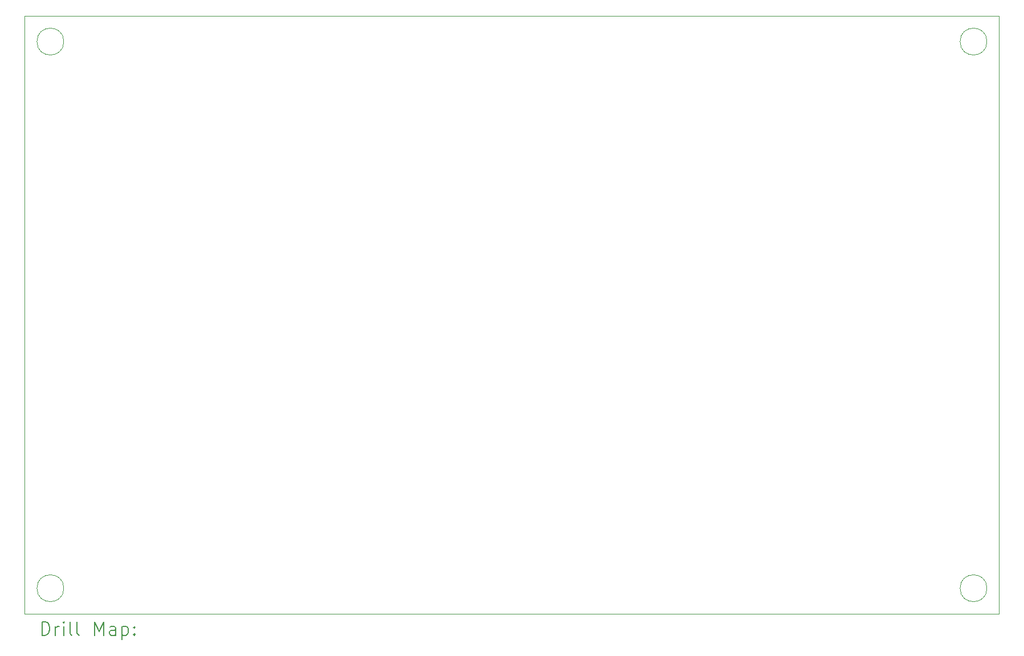
<source format=gbr>
%TF.GenerationSoftware,KiCad,Pcbnew,7.0.8*%
%TF.CreationDate,2023-10-01T08:11:13+02:00*%
%TF.ProjectId,openautolab,6f70656e-6175-4746-9f6c-61622e6b6963,rev?*%
%TF.SameCoordinates,Original*%
%TF.FileFunction,Drillmap*%
%TF.FilePolarity,Positive*%
%FSLAX45Y45*%
G04 Gerber Fmt 4.5, Leading zero omitted, Abs format (unit mm)*
G04 Created by KiCad (PCBNEW 7.0.8) date 2023-10-01 08:11:13*
%MOMM*%
%LPD*%
G01*
G04 APERTURE LIST*
%ADD10C,0.100000*%
%ADD11C,0.200000*%
G04 APERTURE END LIST*
D10*
X17726000Y-12192000D02*
G75*
G03*
X17726000Y-12192000I-200000J0D01*
G01*
X17726000Y-4064000D02*
G75*
G03*
X17726000Y-4064000I-200000J0D01*
G01*
X4010000Y-4064000D02*
G75*
G03*
X4010000Y-4064000I-200000J0D01*
G01*
X4010000Y-12192000D02*
G75*
G03*
X4010000Y-12192000I-200000J0D01*
G01*
X3429000Y-3683000D02*
X17907000Y-3683000D01*
X17907000Y-12574000D01*
X3429000Y-12574000D01*
X3429000Y-3683000D01*
D11*
X3684777Y-12890484D02*
X3684777Y-12690484D01*
X3684777Y-12690484D02*
X3732396Y-12690484D01*
X3732396Y-12690484D02*
X3760967Y-12700008D01*
X3760967Y-12700008D02*
X3780015Y-12719055D01*
X3780015Y-12719055D02*
X3789539Y-12738103D01*
X3789539Y-12738103D02*
X3799062Y-12776198D01*
X3799062Y-12776198D02*
X3799062Y-12804769D01*
X3799062Y-12804769D02*
X3789539Y-12842865D01*
X3789539Y-12842865D02*
X3780015Y-12861912D01*
X3780015Y-12861912D02*
X3760967Y-12880960D01*
X3760967Y-12880960D02*
X3732396Y-12890484D01*
X3732396Y-12890484D02*
X3684777Y-12890484D01*
X3884777Y-12890484D02*
X3884777Y-12757150D01*
X3884777Y-12795246D02*
X3894301Y-12776198D01*
X3894301Y-12776198D02*
X3903824Y-12766674D01*
X3903824Y-12766674D02*
X3922872Y-12757150D01*
X3922872Y-12757150D02*
X3941920Y-12757150D01*
X4008586Y-12890484D02*
X4008586Y-12757150D01*
X4008586Y-12690484D02*
X3999062Y-12700008D01*
X3999062Y-12700008D02*
X4008586Y-12709531D01*
X4008586Y-12709531D02*
X4018110Y-12700008D01*
X4018110Y-12700008D02*
X4008586Y-12690484D01*
X4008586Y-12690484D02*
X4008586Y-12709531D01*
X4132396Y-12890484D02*
X4113348Y-12880960D01*
X4113348Y-12880960D02*
X4103824Y-12861912D01*
X4103824Y-12861912D02*
X4103824Y-12690484D01*
X4237158Y-12890484D02*
X4218110Y-12880960D01*
X4218110Y-12880960D02*
X4208586Y-12861912D01*
X4208586Y-12861912D02*
X4208586Y-12690484D01*
X4465729Y-12890484D02*
X4465729Y-12690484D01*
X4465729Y-12690484D02*
X4532396Y-12833341D01*
X4532396Y-12833341D02*
X4599063Y-12690484D01*
X4599063Y-12690484D02*
X4599063Y-12890484D01*
X4780015Y-12890484D02*
X4780015Y-12785722D01*
X4780015Y-12785722D02*
X4770491Y-12766674D01*
X4770491Y-12766674D02*
X4751444Y-12757150D01*
X4751444Y-12757150D02*
X4713348Y-12757150D01*
X4713348Y-12757150D02*
X4694301Y-12766674D01*
X4780015Y-12880960D02*
X4760967Y-12890484D01*
X4760967Y-12890484D02*
X4713348Y-12890484D01*
X4713348Y-12890484D02*
X4694301Y-12880960D01*
X4694301Y-12880960D02*
X4684777Y-12861912D01*
X4684777Y-12861912D02*
X4684777Y-12842865D01*
X4684777Y-12842865D02*
X4694301Y-12823817D01*
X4694301Y-12823817D02*
X4713348Y-12814293D01*
X4713348Y-12814293D02*
X4760967Y-12814293D01*
X4760967Y-12814293D02*
X4780015Y-12804769D01*
X4875253Y-12757150D02*
X4875253Y-12957150D01*
X4875253Y-12766674D02*
X4894301Y-12757150D01*
X4894301Y-12757150D02*
X4932396Y-12757150D01*
X4932396Y-12757150D02*
X4951444Y-12766674D01*
X4951444Y-12766674D02*
X4960967Y-12776198D01*
X4960967Y-12776198D02*
X4970491Y-12795246D01*
X4970491Y-12795246D02*
X4970491Y-12852388D01*
X4970491Y-12852388D02*
X4960967Y-12871436D01*
X4960967Y-12871436D02*
X4951444Y-12880960D01*
X4951444Y-12880960D02*
X4932396Y-12890484D01*
X4932396Y-12890484D02*
X4894301Y-12890484D01*
X4894301Y-12890484D02*
X4875253Y-12880960D01*
X5056205Y-12871436D02*
X5065729Y-12880960D01*
X5065729Y-12880960D02*
X5056205Y-12890484D01*
X5056205Y-12890484D02*
X5046682Y-12880960D01*
X5046682Y-12880960D02*
X5056205Y-12871436D01*
X5056205Y-12871436D02*
X5056205Y-12890484D01*
X5056205Y-12766674D02*
X5065729Y-12776198D01*
X5065729Y-12776198D02*
X5056205Y-12785722D01*
X5056205Y-12785722D02*
X5046682Y-12776198D01*
X5046682Y-12776198D02*
X5056205Y-12766674D01*
X5056205Y-12766674D02*
X5056205Y-12785722D01*
M02*

</source>
